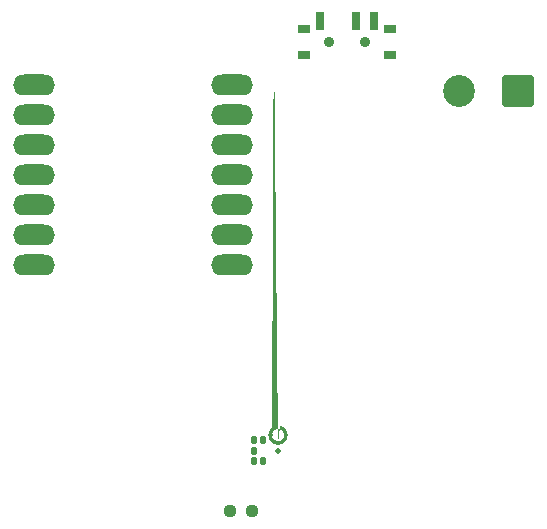
<source format=gbr>
%TF.GenerationSoftware,KiCad,Pcbnew,8.0.8*%
%TF.CreationDate,2025-02-12T10:11:30-08:00*%
%TF.ProjectId,514_pcb,3531345f-7063-4622-9e6b-696361645f70,rev?*%
%TF.SameCoordinates,Original*%
%TF.FileFunction,Soldermask,Top*%
%TF.FilePolarity,Negative*%
%FSLAX46Y46*%
G04 Gerber Fmt 4.6, Leading zero omitted, Abs format (unit mm)*
G04 Created by KiCad (PCBNEW 8.0.8) date 2025-02-12 10:11:30*
%MOMM*%
%LPD*%
G01*
G04 APERTURE LIST*
G04 Aperture macros list*
%AMRoundRect*
0 Rectangle with rounded corners*
0 $1 Rounding radius*
0 $2 $3 $4 $5 $6 $7 $8 $9 X,Y pos of 4 corners*
0 Add a 4 corners polygon primitive as box body*
4,1,4,$2,$3,$4,$5,$6,$7,$8,$9,$2,$3,0*
0 Add four circle primitives for the rounded corners*
1,1,$1+$1,$2,$3*
1,1,$1+$1,$4,$5*
1,1,$1+$1,$6,$7*
1,1,$1+$1,$8,$9*
0 Add four rect primitives between the rounded corners*
20,1,$1+$1,$2,$3,$4,$5,0*
20,1,$1+$1,$4,$5,$6,$7,0*
20,1,$1+$1,$6,$7,$8,$9,0*
20,1,$1+$1,$8,$9,$2,$3,0*%
%AMFreePoly0*
4,1,53,0.180687,1.453641,0.352314,1.393587,0.506274,1.296847,0.634847,1.168274,0.731587,1.014314,0.791641,0.842687,0.812000,0.662000,0.791641,0.481313,0.731587,0.309686,0.634847,0.155726,0.506274,0.027153,0.352314,-0.069587,0.180687,-0.129641,0.000000,-0.150000,-0.180687,-0.129641,-0.352314,-0.069587,-0.506274,0.027153,-0.634847,0.155726,-0.731587,0.309686,-0.791641,0.481313,
-0.812000,0.662000,-0.517265,0.662000,-0.496312,0.516270,-0.435151,0.382345,-0.338737,0.271077,-0.214880,0.191479,-0.073614,0.150000,0.073614,0.150000,0.214880,0.191479,0.338737,0.271077,0.435151,0.382345,0.496312,0.516270,0.517265,0.662000,0.496312,0.807730,0.435151,0.941655,0.338737,1.052923,0.214880,1.132521,0.073614,1.174000,-0.073614,1.174000,-0.214880,1.132521,
-0.338737,1.052923,-0.435151,0.941655,-0.496312,0.807730,-0.517265,0.662000,-0.812000,0.662000,-0.791641,0.842687,-0.731587,1.014314,-0.634847,1.168274,-0.506274,1.296847,-0.352314,1.393587,-0.180687,1.453641,0.000000,1.474000,0.180687,1.453641,0.180687,1.453641,$1*%
G04 Aperture macros list end*
%ADD10O,3.556000X1.778000*%
%ADD11R,1.000000X0.800000*%
%ADD12C,0.900000*%
%ADD13R,0.700000X1.500000*%
%ADD14RoundRect,0.250001X1.099999X1.099999X-1.099999X1.099999X-1.099999X-1.099999X1.099999X-1.099999X0*%
%ADD15C,2.700000*%
%ADD16RoundRect,0.237500X-0.250000X-0.237500X0.250000X-0.237500X0.250000X0.237500X-0.250000X0.237500X0*%
%ADD17C,0.500000*%
%ADD18RoundRect,0.130500X0.130500X-0.169500X0.130500X0.169500X-0.130500X0.169500X-0.130500X-0.169500X0*%
%ADD19FreePoly0,180.000000*%
G04 APERTURE END LIST*
D10*
%TO.C,U1*%
X88498000Y-75960000D03*
X88498000Y-78500000D03*
X88498000Y-81040000D03*
X88498000Y-83580000D03*
X88498000Y-86120000D03*
X88498000Y-88660000D03*
X88498000Y-91200000D03*
X105262000Y-75960000D03*
X105262000Y-78500000D03*
X105262000Y-81040000D03*
X105262000Y-83580000D03*
X105262000Y-86120000D03*
X105262000Y-88660000D03*
X105262000Y-91200000D03*
%TD*%
D11*
%TO.C,SW1*%
X111350000Y-71220000D03*
X111350000Y-73430000D03*
D12*
X113500000Y-72330000D03*
X116500000Y-72330000D03*
D11*
X118650000Y-71220000D03*
X118650000Y-73430000D03*
D13*
X112750000Y-70570000D03*
X115750000Y-70570000D03*
X117250000Y-70570000D03*
%TD*%
D14*
%TO.C,BT1*%
X129500000Y-76500000D03*
D15*
X124500000Y-76500000D03*
%TD*%
D16*
%TO.C,R1*%
X105087500Y-112000000D03*
X106912500Y-112000000D03*
%TD*%
D17*
%TO.C,MK1*%
X109168000Y-106900000D03*
D18*
X107094000Y-107800000D03*
X107916000Y-107800000D03*
D19*
X109168000Y-106238000D03*
D18*
X107916000Y-106000000D03*
X107094000Y-106000000D03*
X107094000Y-106900000D03*
%TD*%
M02*

</source>
